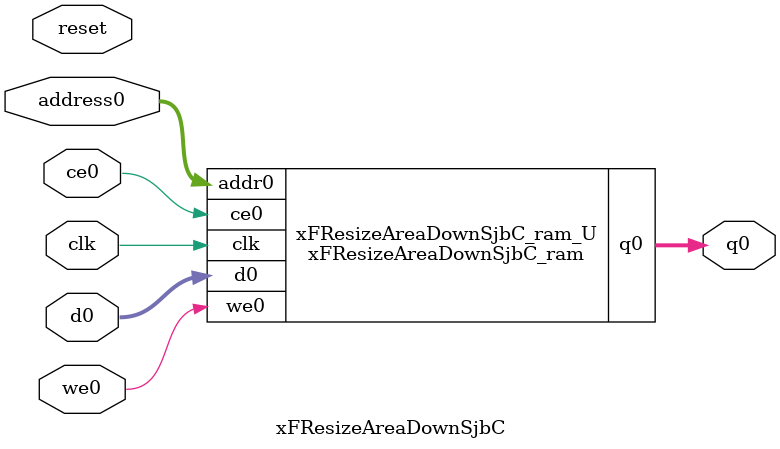
<source format=v>

`timescale 1 ns / 1 ps
module xFResizeAreaDownSjbC_ram (addr0, ce0, d0, we0, q0,  clk);

parameter DWIDTH = 24;
parameter AWIDTH = 11;
parameter MEM_SIZE = 1280;

input[AWIDTH-1:0] addr0;
input ce0;
input[DWIDTH-1:0] d0;
input we0;
output reg[DWIDTH-1:0] q0;
input clk;

(* ram_style = "block" *)reg [DWIDTH-1:0] ram[0:MEM_SIZE-1];




always @(posedge clk)  
begin 
    if (ce0) 
    begin
        if (we0) 
        begin 
            ram[addr0] <= d0; 
            q0 <= d0;
        end 
        else 
            q0 <= ram[addr0];
    end
end


endmodule


`timescale 1 ns / 1 ps
module xFResizeAreaDownSjbC(
    reset,
    clk,
    address0,
    ce0,
    we0,
    d0,
    q0);

parameter DataWidth = 32'd24;
parameter AddressRange = 32'd1280;
parameter AddressWidth = 32'd11;
input reset;
input clk;
input[AddressWidth - 1:0] address0;
input ce0;
input we0;
input[DataWidth - 1:0] d0;
output[DataWidth - 1:0] q0;



xFResizeAreaDownSjbC_ram xFResizeAreaDownSjbC_ram_U(
    .clk( clk ),
    .addr0( address0 ),
    .ce0( ce0 ),
    .we0( we0 ),
    .d0( d0 ),
    .q0( q0 ));

endmodule


</source>
